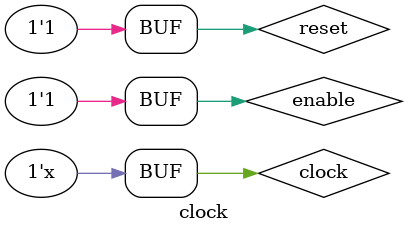
<source format=v>
`timescale 1ns/100ps
module clock;

	reg reset;
	reg enable;
	wire [6:0] data_out;
	reg clock;
	


ramp test (
	.reset	(reset),
	.enable	(enable),
	.data_out	(data_out),
	.clock	(clock)
);

initial
	$monitor("data_out=%d \n", data_out);
	
initial
begin
	reset = 1;
	clock = 0;
	enable = 0;
#1 reset = 0;
#1 reset = 1;
#5	enable = 1;
end

always
	#5 clock = !clock;
	
endmodule

</source>
